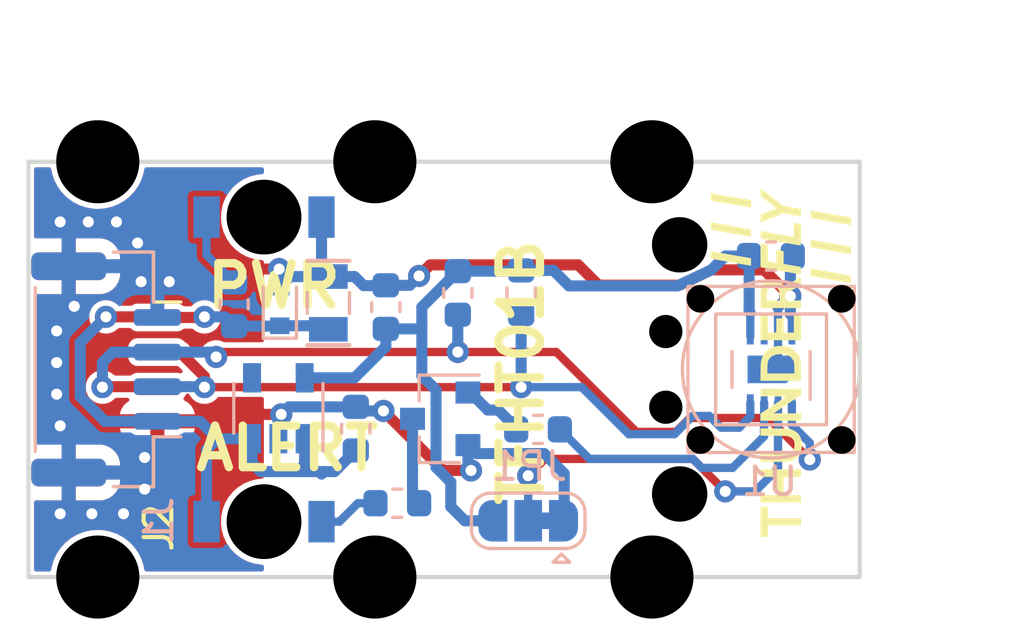
<source format=kicad_pcb>
(kicad_pcb (version 20211014) (generator pcbnew)
  (title_block (title "TFHT01B") (date "%d. %m. %Y") (company "ThunderFly s.r.o.") (comment 1 "UAV Humidity and Temperature \\n sensor \\n ") (comment 2 "kaklik  <info@thunderfly.cz>"))
  (layers (0 "F.Cu" jumper) (31 "B.Cu" signal) (36 "B.SilkS" user "B.Silkscreen") (37 "F.SilkS" user "F.Silkscreen") (38 "B.Mask" user) (39 "F.Mask" user) (44 "Edge.Cuts" user))
  (net 0 "")
  (net 1 "GND")
  (net 2 "Net-(D2-Pad2)")
  (net 3 "Net-(D3-Pad1)")
  (net 4 "+3V3")
  (net 5 "+5V")
  (net 6 "/SDA")
  (net 7 "/SCL")
  (net 8 "Net-(Q1-Pad1)")
  (net 9 "Net-(JP1-Pad2)")
  (net 10 "Net-(Q1-Pad3)")
  (net 11 "/ALERT")
  (footprint "MLAB_LOGA:TF 14x6,6" (layer "F.Cu") (at 159.7276 112.466084 90)
    (fp_text reference "G***" hide)
    (fp_text value "LOGO" hide)
  )
  (footprint "Mlab_Mechanical:dira_2mm" (layer "F.Cu") (at 156.075 108.131)
    (fp_text reference "REF**" hide)
    (fp_text value "dira_2mm" hide)
    (pad "" np_thru_hole circle locked (at 0 0) (size 2 2) (drill 2) (layers *.Mask))
  )
  (footprint "Mlab_Mechanical:dira_3mm" (layer "F.Cu") (at 145.075 105.131)
    (fp_text reference "M4" hide)
    (fp_text value "M3" hide)
    (pad "" np_thru_hole circle locked (at 0 0) (size 3 3) (drill 3) (layers *.Mask))
  )
  (footprint "Connector_JST:JST_GH_SM04B-GHS-TB_1x04-1MP_P1.25mm_Horizontal" (layer "F.Cu") (at 135.375 112.631 -90)
    (fp_text reference "J2" (at 5.722 -1.899 90) (layer "F.SilkS"))
    (fp_text value "SM04B-GHS-TB" hide)
    (pad "1" smd roundrect locked (at -1.875 -1.85 270) (size 0.6 1.7) (layers "F.Cu" "F.Paste" "F.Mask") (net 5 "+5V"))
    (pad "2" smd roundrect locked (at -0.625 -1.85 270) (size 0.6 1.7) (layers "F.Cu" "F.Paste" "F.Mask") (net 7 "/SCL"))
    (pad "3" smd roundrect locked (at 0.625 -1.85 270) (size 0.6 1.7) (layers "F.Cu" "F.Paste" "F.Mask") (net 6 "/SDA"))
    (pad "4" smd roundrect locked (at 1.875 -1.85 270) (size 0.6 1.7) (layers "F.Cu" "F.Paste" "F.Mask") (net 1 "GND"))
    (pad "MP" smd roundrect locked (at -3.725 1.35 270) (size 1 2.7) (layers "F.Cu" "F.Paste" "F.Mask") (net 1 "GND"))
    (pad "MP" smd roundrect locked (at 3.725 1.35 270) (size 1 2.7) (layers "F.Cu" "F.Paste" "F.Mask") (net 1 "GND"))
  )
  (footprint "Mlab_Mechanical:dira_3mm" (layer "F.Cu") (at 145.075 120.131)
    (fp_text reference "M2" hide)
    (fp_text value "M3" hide)
    (pad "" np_thru_hole circle locked (at 0 0) (size 3 3) (drill 3) (layers *.Mask))
  )
  (footprint "Mlab_Mechanical:dira_2mm" (layer "F.Cu") (at 155.575 113.997666)
    (fp_text reference "REF**" hide)
    (fp_text value "dira_2mm" hide)
    (pad "" np_thru_hole circle locked (at 0 0) (size 1.2 1.2) (drill 1.2) (layers *.Mask))
  )
  (footprint "Mlab_Mechanical:dira_2mm" (layer "F.Cu") (at 155.575 111.264333)
    (fp_text reference "REF**" hide)
    (fp_text value "dira_2mm" hide)
    (pad "" np_thru_hole circle locked (at 0 0) (size 1.2 1.2) (drill 1.2) (layers *.Mask))
  )
  (footprint "Mlab_Mechanical:dira_0.4mm" (layer "F.Cu") (at 155.435 118.353)
    (fp_text reference "REF**" hide)
    (fp_text value "dira_0.4mm" hide)
  )
  (footprint "Mlab_Mechanical:dira_2mm" (layer "F.Cu") (at 156.075 117.131)
    (fp_text reference "REF**" hide)
    (fp_text value "dira_2mm" hide)
    (pad "" np_thru_hole circle locked (at 0 0) (size 2 2) (drill 2) (layers *.Mask))
  )
  (footprint "Mlab_Mechanical:dira_3mm" (layer "F.Cu") (at 135.075 105.131)
    (fp_text reference "M6" hide)
    (fp_text value "M3" hide)
    (pad "" np_thru_hole circle locked (at 0 0) (size 3 3) (drill 3) (layers *.Mask))
  )
  (footprint "Mlab_Mechanical:dira_3mm" (layer "F.Cu") (at 155.075 120.131)
    (fp_text reference "M5" hide)
    (fp_text value "M3" hide)
    (pad "" np_thru_hole circle locked (at 0 0) (size 3 3) (drill 3) (layers *.Mask))
  )
  (footprint "Mlab_Mechanical:dira_3mm" (layer "F.Cu") (at 155.075 105.131)
    (fp_text reference "M1" hide)
    (fp_text value "M3" hide)
    (pad "" np_thru_hole circle locked (at 0 0) (size 3 3) (drill 3) (layers *.Mask))
  )
  (footprint "Mlab_Mechanical:dira_3mm" (layer "F.Cu") (at 135.075 120.131)
    (fp_text reference "M3" hide)
    (fp_text value "M3" hide)
    (pad "" np_thru_hole circle locked (at 0 0) (size 3 3) (drill 3) (layers *.Mask))
  )
  (footprint "Jumper:SolderJumper-3_P1.3mm_Bridged12_RoundedPad1.0x1.5mm" (layer "B.Cu") (at 150.609 118.099 180)
    (fp_text reference "JP1" (at -0.037 1.968) (layer "B.SilkS") (effects (justify mirror)))
    (fp_text value "Address select" hide)
    (fp_poly (pts (xy -0.9 0.3) (xy -0.4 0.3) (xy -0.4 -0.3) (xy -0.9 -0.3)) (layer "B.Cu") (width 0) (fill solid))
    (pad "1" smd custom locked (at -1.3 0 180) (size 1 0.5) (layers "B.Cu" "B.Mask") (net 1 "GND") (options (clearance outline) (anchor rect)) (primitives (gr_circle (center 0 -0.25) (end 0.5 -0.25) (width 0) (fill yes)) (gr_circle (center 0 0.25) (end 0.5 0.25) (width 0) (fill yes)) (gr_poly (pts (xy 0.55 0.75) (xy 0 0.75) (xy 0 -0.75) (xy 0.55 -0.75)) (width 0) (fill yes))))
    (pad "2" smd rect locked (at 0 0 180) (size 1 1.5) (layers "B.Cu" "B.Mask") (net 9 "Net-(JP1-Pad2)"))
    (pad "3" smd custom locked (at 1.3 0 180) (size 1 0.5) (layers "B.Cu" "B.Mask") (net 4 "+3V3") (options (clearance outline) (anchor rect)) (primitives (gr_circle (center 0 -0.25) (end 0.5 -0.25) (width 0) (fill yes)) (gr_circle (center 0 0.25) (end 0.5 0.25) (width 0) (fill yes)) (gr_poly (pts (xy -0.55 0.75) (xy 0 0.75) (xy 0 -0.75) (xy -0.55 -0.75)) (width 0) (fill yes))))
  )
  (footprint "Mlab_D:LED_1206" (layer "B.Cu") (at 141.075 107.131)
    (fp_text reference "D2" hide)
    (fp_text value "LED GREEN" hide)
    (pad "" np_thru_hole circle locked (at 0 0) (size 2.7 2.7) (drill 2.7) (layers *.Mask))
    (pad "1" smd rect locked (at 2.075 0) (size 0.95 1.5) (layers "B.Cu" "B.Paste" "B.Mask") (net 1 "GND"))
    (pad "2" smd rect locked (at -2.075 0) (size 0.95 1.5) (layers "B.Cu" "B.Paste" "B.Mask") (net 2 "Net-(D2-Pad2)"))
  )
  (footprint "Mlab_R:SMD-0603" (layer "B.Cu") (at 144.386 114.7715 90)
    (fp_text reference "C4" hide)
    (fp_text value "100nF" hide)
    (pad "1" smd roundrect locked (at -0.7875 0 90) (size 0.875 0.95) (layers "B.Cu" "B.Paste" "B.Mask") (net 5 "+5V"))
    (pad "2" smd roundrect locked (at 0.7875 0 90) (size 0.875 0.95) (layers "B.Cu" "B.Paste" "B.Mask") (net 1 "GND"))
  )
  (footprint "Sensor_Humidity:Sensirion_DFN-8-1EP_2.5x2.5mm_P0.5mm_EP1.1x1.7mm" (layer "B.Cu") (at 159.375 112.631 90)
    (fp_text reference "U1" (at -4.05 -0.054 180) (layer "B.SilkS") (effects (justify mirror)))
    (fp_text value "SHT35A-DIS")
    (pad "1" smd rect (at -1.175 0.75 90) (size 0.55 0.25) (layers "B.Cu" "B.Paste" "B.Mask") (net 6 "/SDA"))
    (pad "2" smd rect (at -1.175 0.25 90) (size 0.55 0.25) (layers "B.Cu" "B.Paste" "B.Mask") (net 9 "Net-(JP1-Pad2)"))
    (pad "3" smd rect (at -1.175 -0.25 90) (size 0.55 0.25) (layers "B.Cu" "B.Paste" "B.Mask") (net 11 "/ALERT"))
    (pad "4" smd rect (at -1.175 -0.75 270) (size 0.55 0.25) (layers "B.Cu" "B.Paste" "B.Mask") (net 7 "/SCL"))
    (pad "5" smd rect (at 1.175 -0.75 90) (size 0.55 0.25) (layers "B.Cu" "B.Paste" "B.Mask") (net 4 "+3V3"))
    (pad "6" smd rect (at 1.175 -0.25 90) (size 0.55 0.25) (layers "B.Cu" "B.Paste" "B.Mask"))
    (pad "7" smd rect (at 1.175 0.25 90) (size 0.55 0.25) (layers "B.Cu" "B.Paste" "B.Mask") (net 1 "GND"))
    (pad "8" smd rect (at 1.175 0.75 90) (size 0.55 0.25) (layers "B.Cu" "B.Paste" "B.Mask") (net 1 "GND"))
    (pad "9" smd custom (at 0 0 90) (size 1 1) (layers "B.Cu" "B.Mask") (net 1 "GND") (options (clearance outline) (anchor circle)) (primitives (gr_poly (pts (xy 0.5 -0.85) (xy -0.5 -0.85) (xy -0.5 0.55) (xy -0.2 0.85) (xy 0.5 0.85)) (width 0) (fill yes))))
  )
  (footprint "Diode_SMD:D_SOD-523" (layer "B.Cu") (at 141.646 110.356 90)
    (fp_text reference "D1" hide)
    (fp_text value "BZX585-B5V6.115" hide)
    (pad "1" smd rect locked (at -0.7 0 270) (size 0.6 0.7) (layers "B.Cu" "B.Paste" "B.Mask") (net 5 "+5V"))
    (pad "2" smd rect locked (at 0.7 0 270) (size 0.6 0.7) (layers "B.Cu" "B.Paste" "B.Mask") (net 1 "GND"))
  )
  (footprint "Mlab_D:LED_1206" (layer "B.Cu") (at 141.075 118.131)
    (fp_text reference "D3" hide)
    (fp_text value "LED RED" hide)
    (pad "" np_thru_hole circle locked (at 0 0) (size 2.7 2.7) (drill 2.7) (layers *.Mask))
    (pad "1" smd rect locked (at 2.075 0) (size 0.95 1.5) (layers "B.Cu" "B.Paste" "B.Mask") (net 3 "Net-(D3-Pad1)"))
    (pad "2" smd rect locked (at -2.075 0) (size 0.95 1.5) (layers "B.Cu" "B.Paste" "B.Mask") (net 5 "+5V"))
  )
  (footprint "Connector_JST:JST_GH_SM04B-GHS-TB_1x04-1MP_P1.25mm_Horizontal" (layer "B.Cu") (at 135.375 112.631 90)
    (fp_text reference "J1" (at -5.468 1.899 90) (layer "B.SilkS") (effects (justify mirror)))
    (fp_text value "SM04B-GHS-TB" hide)
    (pad "1" smd roundrect locked (at -1.875 1.85 90) (size 0.6 1.7) (layers "B.Cu" "B.Paste" "B.Mask") (net 5 "+5V"))
    (pad "2" smd roundrect locked (at -0.625 1.85 90) (size 0.6 1.7) (layers "B.Cu" "B.Paste" "B.Mask") (net 7 "/SCL"))
    (pad "3" smd roundrect locked (at 0.625 1.85 90) (size 0.6 1.7) (layers "B.Cu" "B.Paste" "B.Mask") (net 6 "/SDA"))
    (pad "4" smd roundrect locked (at 1.875 1.85 90) (size 0.6 1.7) (layers "B.Cu" "B.Paste" "B.Mask") (net 1 "GND"))
    (pad "MP" smd roundrect locked (at -3.725 -1.35 90) (size 1 2.7) (layers "B.Cu" "B.Paste" "B.Mask") (net 1 "GND"))
    (pad "MP" smd roundrect locked (at 3.725 -1.35 90) (size 1 2.7) (layers "B.Cu" "B.Paste" "B.Mask") (net 1 "GND"))
  )
  (footprint "Mlab_R:SMD-0603" (layer "B.Cu") (at 150.9645 114.797 180)
    (fp_text reference "R2" hide)
    (fp_text value "10k" hide)
    (pad "1" smd roundrect locked (at -0.7875 0 180) (size 0.875 0.95) (layers "B.Cu" "B.Paste" "B.Mask") (net 11 "/ALERT"))
    (pad "2" smd roundrect locked (at 0.7875 0 180) (size 0.875 0.95) (layers "B.Cu" "B.Paste" "B.Mask") (net 8 "Net-(Q1-Pad1)"))
  )
  (footprint "Mlab_R:SMD-0603" (layer "B.Cu") (at 159.371 108.537)
    (fp_text reference "C5" hide)
    (fp_text value "100nF" hide)
    (pad "1" smd roundrect locked (at -0.7875 0) (size 0.875 0.95) (layers "B.Cu" "B.Paste" "B.Mask") (net 4 "+3V3"))
    (pad "2" smd roundrect locked (at 0.7875 0) (size 0.875 0.95) (layers "B.Cu" "B.Paste" "B.Mask") (net 1 "GND"))
  )
  (footprint "Mlab_R:SMD-0603" (layer "B.Cu") (at 145.8845 117.464)
    (fp_text reference "R4" hide)
    (fp_text value "180R" hide)
    (pad "1" smd roundrect locked (at -0.7875 0) (size 0.875 0.95) (layers "B.Cu" "B.Paste" "B.Mask") (net 3 "Net-(D3-Pad1)"))
    (pad "2" smd roundrect locked (at 0.7875 0) (size 0.875 0.95) (layers "B.Cu" "B.Paste" "B.Mask") (net 10 "Net-(Q1-Pad3)"))
  )
  (footprint "Mlab_R:SMD-0603" (layer "B.Cu") (at 145.471 110.381 90)
    (fp_text reference "C1" hide)
    (fp_text value "1uF" hide)
    (pad "1" smd roundrect locked (at -0.7875 0 90) (size 0.875 0.95) (layers "B.Cu" "B.Paste" "B.Mask") (net 4 "+3V3"))
    (pad "2" smd roundrect locked (at 0.7875 0 90) (size 0.875 0.95) (layers "B.Cu" "B.Paste" "B.Mask") (net 1 "GND"))
  )
  (footprint "Package_TO_SOT_SMD:SOT-23" (layer "B.Cu") (at 147.434 114.416 180)
    (fp_text reference "Q1" hide)
    (fp_text value "BC817" hide)
    (pad "1" smd rect locked (at -1 0.95 180) (size 0.9 0.8) (layers "B.Cu" "B.Paste" "B.Mask") (net 8 "Net-(Q1-Pad1)"))
    (pad "2" smd rect locked (at -1 -0.95 180) (size 0.9 0.8) (layers "B.Cu" "B.Paste" "B.Mask") (net 1 "GND"))
    (pad "3" smd rect locked (at 1 0 180) (size 0.9 0.8) (layers "B.Cu" "B.Paste" "B.Mask") (net 10 "Net-(Q1-Pad3)"))
  )
  (footprint "Mlab_R:SMD-0805" (layer "B.Cu") (at 143.396 110.231 90)
    (fp_text reference "C3")
    (fp_text value "10uF" hide)
    (pad "1" smd rect locked (at -0.9525 0 90) (size 0.889 1.397) (layers "B.Cu" "B.Paste" "B.Mask") (net 5 "+5V"))
    (pad "2" smd rect locked (at 0.9525 0 90) (size 0.889 1.397) (layers "B.Cu" "B.Paste" "B.Mask") (net 1 "GND"))
  )
  (footprint "Package_TO_SOT_SMD:SOT-23-5" (layer "B.Cu") (at 141.592 114.035 90)
    (fp_text reference "U3" hide)
    (fp_text value "MIC5504-3.3YM5" hide)
    (pad "1" smd rect locked (at -1.1 0.95 90) (size 1.06 0.65) (layers "B.Cu" "B.Paste" "B.Mask") (net 5 "+5V"))
    (pad "2" smd rect locked (at -1.1 0 90) (size 1.06 0.65) (layers "B.Cu" "B.Paste" "B.Mask") (net 1 "GND"))
    (pad "3" smd rect locked (at -1.1 -0.95 90) (size 1.06 0.65) (layers "B.Cu" "B.Paste" "B.Mask") (net 5 "+5V"))
    (pad "4" smd rect locked (at 1.1 -0.95 90) (size 1.06 0.65) (layers "B.Cu" "B.Paste" "B.Mask"))
    (pad "5" smd rect locked (at 1.1 0.95 90) (size 1.06 0.65) (layers "B.Cu" "B.Paste" "B.Mask") (net 4 "+3V3"))
  )
  (footprint "Mlab_R:SMD-0603" (layer "B.Cu") (at 150.355 109.844 -90)
    (fp_text reference "R3" hide)
    (fp_text value "10k" hide)
    (pad "1" smd roundrect locked (at -0.7875 0 270) (size 0.875 0.95) (layers "B.Cu" "B.Paste" "B.Mask") (net 4 "+3V3"))
    (pad "2" smd roundrect locked (at 0.7875 0 270) (size 0.875 0.95) (layers "B.Cu" "B.Paste" "B.Mask") (net 7 "/SCL"))
  )
  (footprint "Mlab_R:SMD-0603" (layer "B.Cu") (at 148.069 109.8695 -90)
    (fp_text reference "R10" hide)
    (fp_text value "10k" hide)
    (pad "1" smd roundrect locked (at -0.7875 0 270) (size 0.875 0.95) (layers "B.Cu" "B.Paste" "B.Mask") (net 4 "+3V3"))
    (pad "2" smd roundrect locked (at 0.7875 0 270) (size 0.875 0.95) (layers "B.Cu" "B.Paste" "B.Mask") (net 6 "/SDA"))
  )
  (footprint "Mlab_R:SMD-0603" (layer "B.Cu") (at 139.996 110.281 90)
    (fp_text reference "R1" hide)
    (fp_text value "180R" hide)
    (pad "1" smd roundrect locked (at -0.7875 0 90) (size 0.875 0.95) (layers "B.Cu" "B.Paste" "B.Mask") (net 5 "+5V"))
    (pad "2" smd roundrect locked (at 0.7875 0 90) (size 0.875 0.95) (layers "B.Cu" "B.Paste" "B.Mask") (net 2 "Net-(D2-Pad2)"))
  )
  (footprint "Mlab_Mechanical:CAP-SF2" (layer "B.Cu") (at 159.375 112.631 180)
    (fp_text reference "M7" hide)
    (fp_text value "CAP-SF2")
    (pad "" np_thru_hole circle (at 2.55 -2.55 180) (size 1 1) (drill 1) (layers *.Mask))
    (pad "" np_thru_hole circle (at -2.55 -2.55 180) (size 1 1) (drill 1) (layers *.Mask))
    (pad "" np_thru_hole circle (at -2.55 2.55 180) (size 1 1) (drill 1) (layers *.Mask))
    (pad "" np_thru_hole circle (at 2.55 2.55 180) (size 1 1) (drill 1) (layers *.Mask))
  )
  (gr_rect (start 132.575 105.131) (end 162.575 120.131) (layer "Edge.Cuts") (width 0.15) (fill none))
  (gr_text "PWR" (at 138.8742 109.6154) (layer "F.SilkS") (effects (font (size 1.5 1.5) (thickness 0.3)) (justify left)))
  (gr_text "TFHT01B" (at 150.355 112.737 90) (layer "F.SilkS") (effects (font (size 1.5 1.5) (thickness 0.3))))
  (gr_text "ALERT" (at 138.4678 115.4828) (layer "F.SilkS") (effects (font (size 1.5 1.5) (thickness 0.3)) (justify left)))
  (segment (start 147.534498 116.281) (end 145.384498 114.131) (width 0.4) (layer "F.Cu") (net 1))
  (segment (start 147.296 108.856) (end 147.071 108.856) (width 0.4) (layer "F.Cu") (net 1))
  (segment (start 153.149 109.59) (end 152.415 108.856) (width 0.4) (layer "F.Cu") (net 1))
  (segment (start 159.121 109.037) (end 160.071 109.987) (width 0.4) (layer "F.Cu") (net 1))
  (segment (start 138.112 109.006) (end 137.655 109.463) (width 0.4) (layer "F.Cu") (net 1))
  (segment (start 139.371 114.506) (end 137.225 114.506) (width 0.4) (layer "F.Cu") (net 1))
  (segment (start 152.415 108.856) (end 147.296 108.856) (width 0.4) (layer "F.Cu") (net 1))
  (segment (start 141.621 109.006) (end 138.112 109.006) (width 0.4) (layer "F.Cu") (net 1))
  (segment (start 147.771 116.281) (end 147.534498 116.281) (width 0.4) (layer "F.Cu") (net 1))
  (segment (start 148.546 116.281) (end 147.771 116.281) (width 0.4) (layer "F.Cu") (net 1))
  (segment (start 141.696 114.256) (end 139.621 114.256) (width 0.4) (layer "F.Cu") (net 1))
  (segment (start 147.071 108.856) (end 146.671 109.256) (width 0.4) (layer "F.Cu") (net 1))
  (segment (start 153.149 109.59) (end 156.068 109.59) (width 0.4) (layer "F.Cu") (net 1))
  (segment (start 156.068 109.59) (end 157.221 109.037) (width 0.4) (layer "F.Cu") (net 1))
  (segment (start 139.621 114.256) (end 139.371 114.506) (width 0.4) (layer "F.Cu") (net 1))
  (segment (start 157.221 109.037) (end 159.121 109.037) (width 0.4) (layer "F.Cu") (net 1))
  (via (at 146.671 109.256) (size 0.8) (drill 0.4) (layers "F.Cu" "B.Cu") (net 1))
  (via (at 136.766 115.813) (size 0.8) (drill 0.4) (layers "F.Cu" "B.Cu") (net 1))
  (via (at 133.718 107.304) (size 0.8) (drill 0.4) (layers "F.Cu" "B.Cu") (net 1))
  (via (at 136.512 108.066) (size 0.8) (drill 0.4) (layers "F.Cu" "B.Cu") (net 1))
  (via (at 134.734 107.304) (size 0.8) (drill 0.4) (layers "F.Cu" "B.Cu") (net 1))
  (via (at 135.75 107.304) (size 0.8) (drill 0.4) (layers "F.Cu" "B.Cu") (net 1))
  (via (at 133.718 114.67) (size 0.8) (drill 0.4) (layers "F.Cu" "B.Cu") (net 1))
  (via (at 148.546 116.281) (size 0.8) (drill 0.4) (layers "F.Cu" "B.Cu") (net 1))
  (via (at 145.384498 114.131) (size 0.8) (drill 0.4) (layers "F.Cu" "B.Cu") (net 1))
  (via (at 133.718 117.845) (size 0.8) (drill 0.4) (layers "F.Cu" "B.Cu") (net 1))
  (via (at 134.226 110.352) (size 0.8) (drill 0.4) (layers "F.Cu" "B.Cu") (net 1))
  (via (at 136.004 117.845) (size 0.8) (drill 0.4) (layers "F.Cu" "B.Cu") (net 1))
  (via (at 136.766 116.956) (size 0.8) (drill 0.4) (layers "F.Cu" "B.Cu") (net 1))
  (via (at 133.591 111.241) (size 0.8) (drill 0.4) (layers "F.Cu" "B.Cu") (net 1))
  (via (at 134.861 117.845) (size 0.8) (drill 0.4) (layers "F.Cu" "B.Cu") (net 1))
  (via (at 137.655 109.463) (size 0.8) (drill 0.4) (layers "F.Cu" "B.Cu") (net 1))
  (via (at 133.591 112.384) (size 0.8) (drill 0.4) (layers "F.Cu" "B.Cu") (net 1))
  (via (at 141.621 109.006) (size 0.8) (drill 0.4) (layers "F.Cu" "B.Cu") (net 1))
  (via (at 160.071 109.987) (size 0.8) (drill 0.4) (layers "F.Cu" "B.Cu") (net 1))
  (via (at 141.696 114.256) (size 0.8) (drill 0.4) (layers "F.Cu" "B.Cu") (net 1))
  (via (at 133.591 113.527) (size 0.8) (drill 0.4) (layers "F.Cu" "B.Cu") (net 1))
  (via (at 136.639 109.463) (size 0.8) (drill 0.4) (layers "F.Cu" "B.Cu") (net 1))
  (segment (start 141.646 109.656) (end 142.0235 109.2785) (width 0.4) (layer "B.Cu") (net 1))
  (segment (start 145.384498 114.131) (end 144.533 114.131) (width 0.4) (layer "B.Cu") (net 1))
  (segment (start 141.696 114.256) (end 141.968 113.984) (width 0.4) (layer "B.Cu") (net 1))
  (segment (start 142.0235 109.2785) (end 143.396 109.2785) (width 0.4) (layer "B.Cu") (net 1))
  (segment (start 160.071 109.987) (end 160.071 110.637) (width 0.4) (layer "B.Cu") (net 1))
  (segment (start 159.625 111.456) (end 159.625 112.381) (width 0.3) (layer "B.Cu") (net 1))
  (segment (start 148.73952 115.67152) (end 151.18652 115.67152) (width 0.4) (layer "B.Cu") (net 1))
  (segment (start 146.3335 109.5935) (end 145.471 109.5935) (width 0.4) (layer "B.Cu") (net 1))
  (segment (start 144.533 114.131) (end 144.386 113.984) (width 0.4) (layer "B.Cu") (net 1))
  (segment (start 159.625 111.431) (end 159.625 110.391) (width 0.3) (layer "B.Cu") (net 1))
  (segment (start 160.1585 108.537) (end 160.1635 108.537) (width 0.3) (layer "B.Cu") (net 1))
  (segment (start 146.671 109.256) (end 146.3335 109.5935) (width 0.4) (layer "B.Cu") (net 1))
  (segment (start 148.434 116.169) (end 148.546 116.281) (width 0.4) (layer "B.Cu") (net 1))
  (segment (start 160.021 109.987) (end 160.071 109.987) (width 0.4) (layer "B.Cu") (net 1))
  (segment (start 137.202 110.733) (end 137.225 110.756) (width 0.4) (layer "B.Cu") (net 1))
  (segment (start 160.1835 108.537) (end 160.1585 108.537) (width 0.4) (layer "B.Cu") (net 1))
  (segment (start 141.592 114.36) (end 141.696 114.256) (width 0.4) (layer "B.Cu") (net 1))
  (segment (start 143.15 109.0325) (end 143.396 109.2785) (width 0.4) (layer "B.Cu") (net 1))
  (segment (start 141.646 109.031) (end 141.621 109.006) (width 0.4) (layer "B.Cu") (net 1))
  (segment (start 151.18652 115.67152) (end 151.909 116.394) (width 0.4) (layer "B.Cu") (net 1))
  (segment (start 144.3435 109.2785) (end 144.671 109.606) (width 0.4) (layer "B.Cu") (net 1))
  (segment (start 160.071 109.987) (end 160.071 108.6245) (width 0.4) (layer "B.Cu") (net 1))
  (segment (start 160.125 111.431) (end 160.125 110.691) (width 0.3) (layer "B.Cu") (net 1))
  (segment (start 159.621 112.381) (end 159.371 112.631) (width 0.3) (layer "B.Cu") (net 1))
  (segment (start 144.671 109.606) (end 145.4585 109.606) (width 0.4) (layer "B.Cu") (net 1))
  (segment (start 141.968 113.984) (end 144.386 113.984) (width 0.4) (layer "B.Cu") (net 1))
  (segment (start 148.434 115.366) (end 148.434 116.169) (width 0.4) (layer "B.Cu") (net 1))
  (segment (start 160.071 108.6245) (end 160.1585 108.537) (width 0.4) (layer "B.Cu") (net 1))
  (segment (start 143.15 107.131) (end 143.15 109.0325) (width 0.4) (layer "B.Cu") (net 1))
  (segment (start 159.625 110.391) (end 159.621 110.387) (width 0.25) (layer "B.Cu") (net 1))
  (segment (start 160.125 110.691) (end 160.071 110.637) (width 0.25) (layer "B.Cu") (net 1))
  (segment (start 145.4585 109.606) (end 145.471 109.5935) (width 0.4) (layer "B.Cu") (net 1))
  (segment (start 141.592 115.135) (end 141.592 114.36) (width 0.4) (layer "B.Cu") (net 1))
  (segment (start 160.271 108.6245) (end 160.1835 108.537) (width 0.4) (layer "B.Cu") (net 1))
  (segment (start 151.909 116.394) (end 151.909 118.099) (width 0.4) (layer "B.Cu") (net 1))
  (segment (start 159.621 110.387) (end 160.021 109.987) (width 0.4) (layer "B.Cu") (net 1))
  (segment (start 141.646 109.656) (end 141.646 109.031) (width 0.4) (layer "B.Cu") (net 1))
  (segment (start 143.396 109.2785) (end 144.3435 109.2785) (width 0.4) (layer "B.Cu") (net 1))
  (segment (start 160.1635 108.537) (end 160.261 108.6345) (width 0.3) (layer "B.Cu") (net 1))
  (segment (start 159.625 112.381) (end 159.375 112.631) (width 0.3) (layer "B.Cu") (net 1))
  (segment (start 148.434 115.366) (end 148.73952 115.67152) (width 0.4) (layer "B.Cu") (net 1))
  (segment (start 139 108.4975) (end 139.996 109.4935) (width 0.3) (layer "B.Cu") (net 2))
  (segment (start 139 107.131) (end 139 108.4975) (width 0.3) (layer "B.Cu") (net 2))
  (segment (start 145.097 117.464) (end 144.894 117.464) (width 0.4) (layer "B.Cu") (net 3))
  (segment (start 144.463 117.464) (end 145.097 117.464) (width 0.3) (layer "B.Cu") (net 3))
  (segment (start 143.796 118.131) (end 144.463 117.464) (width 0.3) (layer "B.Cu") (net 3))
  (segment (start 143.15 118.131) (end 143.796 118.131) (width 0.3) (layer "B.Cu") (net 3))
  (segment (start 158.625 111.431) (end 158.625 110.591) (width 0.3) (layer "B.Cu") (net 4))
  (segment (start 142.542 112.935) (end 144.342 112.935) (width 0.4) (layer "B.Cu") (net 4))
  (segment (start 157.221 109.037) (end 157.721 108.537) (width 0.4) (layer "B.Cu") (net 4))
  (segment (start 150.3295 109.082) (end 150.355 109.0565) (width 0.4) (layer "B.Cu") (net 4))
  (segment (start 145.471 111.1685) (end 146.6835 111.1685) (width 0.4) (layer "B.Cu") (net 4))
  (segment (start 147.283511 113.376511) (end 146.771 112.864) (width 0.4) (layer "B.Cu") (net 4))
  (segment (start 158.625 110.591) (end 158.621 110.587) (width 0.25) (layer "B.Cu") (net 4))
  (segment (start 146.6835 111.1685) (end 146.771 111.081) (width 0.4) (layer "B.Cu") (net 4))
  (segment (start 151.5233 109.0565) (end 152.0822 109.6154) (width 0.4) (layer "B.Cu") (net 4))
  (segment (start 157.721 108.537) (end 158.5835 108.537) (width 0.4) (layer "B.Cu") (net 4))
  (segment (start 145.471 111.806) (end 145.471 111.1685) (width 0.4) (layer "B.Cu") (net 4))
  (segment (start 147.815 116.702) (end 147.283511 116.170511) (width 0.4) (layer "B.Cu") (net 4))
  (segment (start 148.069 109.082) (end 150.3295 109.082) (width 0.4) (layer "B.Cu") (net 4))
  (segment (start 146.771 112.864) (end 146.771 111.081) (width 0.4) (layer "B.Cu") (net 4))
  (segment (start 158.5835 108.537) (end 158.5835 110.5495) (width 0.4) (layer "B.Cu") (net 4))
  (segment (start 142.542 112.935) (end 142.542 112.755) (width 0.4) (layer "B.Cu") (net 4))
  (segment (start 147.283511 116.170511) (end 147.283511 113.376511) (width 0.4) (layer "B.Cu") (net 4))
  (segment (start 152.0822 109.6154) (end 155.9926 109.6154) (width 0.4) (layer "B.Cu") (net 4))
  (segment (start 155.9926 109.6154) (end 157.221 109.037) (width 0.4) (layer "B.Cu") (net 4))
  (segment (start 146.771 110.38) (end 148.069 109.082) (width 0.4) (layer "B.Cu") (net 4))
  (segment (start 146.771 111.081) (end 146.771 110.38) (width 0.4) (layer "B.Cu") (net 4))
  (segment (start 150.355 109.0565) (end 151.5233 109.0565) (width 0.4) (layer "B.Cu") (net 4))
  (segment (start 158.5835 110.5495) (end 158.621 110.587) (width 0.4) (layer "B.Cu") (net 4))
  (segment (start 149.309 118.099) (end 148.323 118.099) (width 0.4) (layer "B.Cu") (net 4))
  (segment (start 144.342 112.935) (end 145.471 111.806) (width 0.4) (layer "B.Cu") (net 4))
  (segment (start 147.815 117.591) (end 147.815 116.702) (width 0.4) (layer "B.Cu") (net 4))
  (segment (start 148.323 118.099) (end 147.815 117.591) (width 0.4) (layer "B.Cu") (net 4))
  (segment (start 137.202 110.733) (end 137.225 110.756) (width 0.4) (layer "F.Cu") (net 5))
  (segment (start 138.902 110.756) (end 138.925 110.733) (width 0.4) (layer "F.Cu") (net 5))
  (segment (start 137.225 110.756) (end 138.902 110.756) (width 0.4) (layer "F.Cu") (net 5))
  (segment (start 135.369 110.733) (end 137.202 110.733) (width 0.4) (layer "F.Cu") (net 5))
  (via (at 135.369 110.733) (size 0.8) (drill 0.4) (layers "F.Cu" "B.Cu") (net 5))
  (via (at 138.925 110.733) (size 0.8) (drill 0.4) (layers "F.Cu" "B.Cu") (net 5))
  (segment (start 141.646 111.056) (end 143.2685 111.056) (width 0.4) (layer "B.Cu") (net 5))
  (segment (start 134.442489 111.659511) (end 135.369 110.733) (width 0.4) (layer "B.Cu") (net 5))
  (segment (start 141.6335 111.0685) (end 141.646 111.056) (width 0.4) (layer "B.Cu") (net 5))
  (segment (start 142.286 116.321) (end 142.862 116.321) (width 0.4) (layer "B.Cu") (net 5))
  (segment (start 140.642 115.135) (end 140.642 116.006) (width 0.4) (layer "B.Cu") (net 5))
  (segment (start 142.286 116.321) (end 142.542 116.065) (width 0.4) (layer "B.Cu") (net 5))
  (segment (start 140.957 116.321) (end 142.286 116.321) (width 0.4) (layer "B.Cu") (net 5))
  (segment (start 139 115.525) (end 139.39 115.135) (width 0.4) (layer "B.Cu") (net 5))
  (segment (start 137.225 114.506) (end 138.761 114.506) (width 0.4) (layer "B.Cu") (net 5))
  (segment (start 139.6605 110.733) (end 139.996 111.0685) (width 0.4) (layer "B.Cu") (net 5))
  (segment (start 143.243 116.321) (end 143.624 116.321) (width 0.4) (layer "B.Cu") (net 5))
  (segment (start 138.761 114.506) (end 139.39 115.135) (width 0.4) (layer "B.Cu") (net 5))
  (segment (start 143.2685 111.056) (end 143.396 111.1835) (width 0.4) (layer "B.Cu") (net 5))
  (segment (start 139.996 111.0685) (end 141.6335 111.0685) (width 0.4) (layer "B.Cu") (net 5))
  (segment (start 140.642 116.006) (end 140.957 116.321) (width 0.4) (layer "B.Cu") (net 5))
  (segment (start 142.862 116.321) (end 143.243 116.321) (width 0.4) (layer "B.Cu") (net 5))
  (segment (start 137.225 114.506) (end 135.332 114.506) (width 0.4) (layer "B.Cu") (net 5))
  (segment (start 142.542 115.874) (end 142.542 116.001) (width 0.4) (layer "B.Cu") (net 5))
  (segment (start 139.052 118.079) (end 139 118.131) (width 0.4) (layer "B.Cu") (net 5))
  (segment (start 143.15 116.414) (end 143.243 116.321) (width 0.4) (layer "B.Cu") (net 5))
  (segment (start 138.925 110.733) (end 139.6605 110.733) (width 0.4) (layer "B.Cu") (net 5))
  (segment (start 135.332 114.506) (end 134.442489 113.616489) (width 0.4) (layer "B.Cu") (net 5))
  (segment (start 142.542 116.065) (end 142.542 115.874) (width 0.4) (layer "B.Cu") (net 5))
  (segment (start 142.542 116.001) (end 142.862 116.321) (width 0.4) (layer "B.Cu") (net 5))
  (segment (start 142.542 115.874) (end 142.542 115.135) (width 0.4) (layer "B.Cu") (net 5))
  (segment (start 144.386 115.559) (end 143.624 116.321) (width 0.4) (layer "B.Cu") (net 5))
  (segment (start 139.39 115.135) (end 140.642 115.135) (width 0.4) (layer "B.Cu") (net 5))
  (segment (start 139 118.131) (end 139 115.525) (width 0.4) (layer "B.Cu") (net 5))
  (segment (start 134.442489 113.616489) (end 134.442489 111.659511) (width 0.4) (layer "B.Cu") (net 5))
  (segment (start 139.524 112.003) (end 139.346 112.181) (width 0.3) (layer "F.Cu") (net 6))
  (segment (start 155.071 114.887) (end 154.509 114.887) (width 0.3) (layer "F.Cu") (net 6))
  (segment (start 156.446 114.387) (end 159.271 114.387) (width 0.3) (layer "F.Cu") (net 6))
  (segment (start 137.225 113.256) (end 135.259 113.256) (width 0.4) (layer "F.Cu") (net 6))
  (segment (start 148.069 112.003) (end 139.524 112.003) (width 0.3) (layer "F.Cu") (net 6))
  (segment (start 159.271 114.387) (end 160.771 115.887) (width 0.3) (layer "F.Cu") (net 6))
  (segment (start 135.259 113.256) (end 135.242 113.273) (width 0.4) (layer "F.Cu") (net 6))
  (segment (start 151.625 112.003) (end 148.069 112.003) (width 0.3) (layer "F.Cu") (net 6))
  (segment (start 154.509 114.887) (end 151.625 112.003) (width 0.3) (layer "F.Cu") (net 6))
  (segment (start 155.071 114.887) (end 155.946 114.887) (width 0.3) (layer "F.Cu") (net 6))
  (segment (start 155.946 114.887) (end 156.446 114.387) (width 0.3) (layer "F.Cu") (net 6))
  (via (at 135.242 113.273) (size 0.8) (drill 0.4) (layers "F.Cu" "B.Cu") (net 6))
  (via (at 139.346 112.181) (size 0.8) (drill 0.4) (layers "F.Cu" "B.Cu") (net 6))
  (via (at 148.069 112.003) (size 0.8) (drill 0.4) (layers "F.Cu" "B.Cu") (net 6))
  (via (at 160.771 115.887) (size 0.8) (drill 0.4) (layers "F.Cu" "B.Cu") (net 6))
  (segment (start 160.771 115.887) (end 160.771 115.287) (width 0.3) (layer "B.Cu") (net 6))
  (segment (start 160.771 115.287) (end 160.125 114.641) (width 0.3) (layer "B.Cu") (net 6))
  (segment (start 135.62 112.006) (end 137.225 112.006) (width 0.4) (layer "B.Cu") (net 6))
  (segment (start 160.125 114.641) (end 160.125 113.831) (width 0.3) (layer "B.Cu") (net 6))
  (segment (start 135.242 112.384) (end 135.62 112.006) (width 0.4) (layer "B.Cu") (net 6))
  (segment (start 139.171 112.006) (end 139.346 112.181) (width 0.4) (layer "B.Cu") (net 6))
  (segment (start 148.069 110.657) (end 148.069 112.003) (width 0.4) (layer "B.Cu") (net 6))
  (segment (start 135.242 113.273) (end 135.242 112.384) (width 0.4) (layer "B.Cu") (net 6))
  (segment (start 137.225 112.006) (end 139.171 112.006) (width 0.4) (layer "B.Cu") (net 6))
  (segment (start 137.225 112.006) (end 138.040334 112.006) (width 0.4) (layer "F.Cu") (net 7))
  (segment (start 150.355 113.273) (end 138.925 113.273) (width 0.3) (layer "F.Cu") (net 7))
  (segment (start 138.925 112.890666) (end 138.925 113.273) (width 0.4) (layer "F.Cu") (net 7))
  (segment (start 138.040334 112.006) (end 138.925 112.890666) (width 0.4) (layer "F.Cu") (net 7))
  (via (at 138.925 113.273) (size 0.8) (drill 0.4) (layers "F.Cu" "B.Cu") (net 7))
  (via (at 150.355 113.273) (size 0.8) (drill 0.4) (layers "F.Cu" "B.Cu") (net 7))
  (segment (start 138.925 113.273) (end 138.908 113.256) (width 0.4) (layer "B.Cu") (net 7))
  (segment (start 157.146 114.312) (end 157.571 114.737) (width 0.3) (layer "B.Cu") (net 7))
  (segment (start 158.625 114.333) (end 158.625 113.831) (width 0.3) (layer "B.Cu") (net 7))
  (segment (start 155.8872 114.9708) (end 156.546 114.312) (width 0.3) (layer "B.Cu") (net 7))
  (segment (start 150.355 110.6315) (end 150.355 113.273) (width 0.4) (layer "B.Cu") (net 7))
  (segment (start 152.5394 113.273) (end 154.2372 114.9708) (width 0.3) (layer "B.Cu") (net 7))
  (segment (start 138.908 113.256) (end 137.225 113.256) (width 0.4) (layer "B.Cu") (net 7))
  (segment (start 157.571 114.737) (end 158.221 114.737) (width 0.3) (layer "B.Cu") (net 7))
  (segment (start 150.355 113.273) (end 152.5394 113.273) (width 0.3) (layer "B.Cu") (net 7))
  (segment (start 156.546 114.312) (end 157.146 114.312) (width 0.3) (layer "B.Cu") (net 7))
  (segment (start 154.2372 114.9708) (end 155.8872 114.9708) (width 0.3) (layer "B.Cu") (net 7))
  (segment (start 158.221 114.737) (end 158.625 114.333) (width 0.3) (layer "B.Cu") (net 7))
  (segment (start 148.516 113.466) (end 149.1485 114.0985) (width 0.4) (layer "B.Cu") (net 8))
  (segment (start 150.177 114.797) (end 150.177 114.746) (width 0.4) (layer "B.Cu") (net 8))
  (segment (start 149.5295 114.0985) (end 149.1485 114.0985) (width 0.4) (layer "B.Cu") (net 8))
  (segment (start 148.434 113.466) (end 148.516 113.466) (width 0.4) (layer "B.Cu") (net 8))
  (segment (start 150.177 114.746) (end 149.5295 114.0985) (width 0.4) (layer "B.Cu") (net 8))
  (segment (start 157.721 117.037) (end 156.5478 115.8638) (width 0.3) (layer "F.Cu") (net 9))
  (segment (start 156.5478 115.8638) (end 151.21622 115.8638) (width 0.3) (layer "F.Cu") (net 9))
  (segment (start 151.21622 115.8638) (end 150.609 116.47102) (width 0.3) (layer "F.Cu") (net 9))
  (via (at 157.721 117.037) (size 0.8) (drill 0.4) (layers "F.Cu" "B.Cu") (net 9))
  (via (at 150.609 116.47102) (size 0.8) (drill 0.4) (layers "F.Cu" "B.Cu") (net 9))
  (segment (start 159.625 116.212) (end 159.625 114.544649) (width 0.3) (layer "B.Cu") (net 9))
  (segment (start 159.624022 114.543671) (end 159.624022 114.431978) (width 0.3) (layer "B.Cu") (net 9))
  (segment (start 159.624022 114.431978) (end 159.625 114.431) (width 0.3) (layer "B.Cu") (net 9))
  (segment (start 158.8 117.037) (end 159.625 116.212) (width 0.3) (layer "B.Cu") (net 9))
  (segment (start 159.625 114.431) (end 159.625 113.831) (width 0.3) (layer "B.Cu") (net 9))
  (segment (start 150.609 118.099) (end 150.609 116.47102) (width 0.3) (layer "B.Cu") (net 9))
  (segment (start 157.721 117.037) (end 158.8 117.037) (width 0.3) (layer "B.Cu") (net 9))
  (segment (start 159.625 114.544649) (end 159.624022 114.543671) (width 0.3) (layer "B.Cu") (net 9))
  (segment (start 146.434 114.416) (end 146.434 117.226) (width 0.4) (layer "B.Cu") (net 10))
  (segment (start 146.434 117.226) (end 146.672 117.464) (width 0.4) (layer "B.Cu") (net 10))
  (segment (start 151.752 114.797) (end 152.8188 115.8638) (width 0.3) (layer "B.Cu") (net 11))
  (segment (start 152.8188 115.8638) (end 156.5478 115.8638) (width 0.3) (layer "B.Cu") (net 11))
  (segment (start 159.121978 114.542438) (end 159.124511 114.539904) (width 0.3) (layer "B.Cu") (net 11))
  (segment (start 159.124511 114.220658) (end 159.125 114.220169) (width 0.3) (layer "B.Cu") (net 11))
  (segment (start 151.752 114.924) (end 151.752 114.797) (width 0.4) (layer "B.Cu") (net 11))
  (segment (start 156.5478 115.8638) (end 156.871 116.187) (width 0.3) (layer "B.Cu") (net 11))
  (segment (start 157.985787 116.187) (end 159.121978 115.050809) (width 0.3) (layer "B.Cu") (net 11))
  (segment (start 159.124511 114.539904) (end 159.124511 114.220658) (width 0.3) (layer "B.Cu") (net 11))
  (segment (start 156.871 116.187) (end 157.985787 116.187) (width 0.3) (layer "B.Cu") (net 11))
  (segment (start 159.125 114.220169) (end 159.125 113.831) (width 0.3) (layer "B.Cu") (net 11))
  (segment (start 159.121978 115.050809) (end 159.121978 114.542438) (width 0.3) (layer "B.Cu") (net 11))
  (zone (net 1) (net_name "GND") (layers F&B.Cu) (connect_pads (clearance 0.2)) (min_thickness 0.15) (fill yes (thermal_gap 0.508) (thermal_bridge_width 0.508))
    (polygon (pts (xy 141.072753 102.16686) (xy 141.067889 122.511886) (xy 131.546 122.331) (xy 132.046 102.256)))
  )
)
</source>
